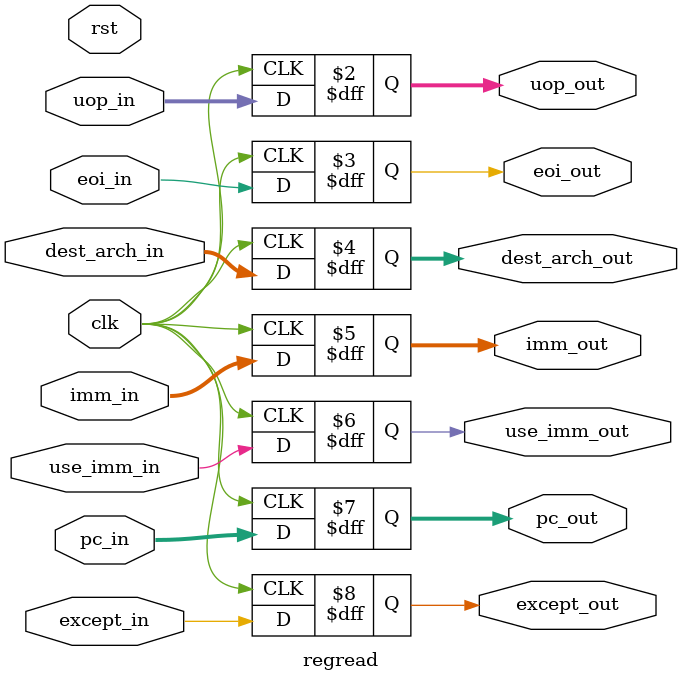
<source format=v>
module regread #(parameter NUM_UOPS=32,
                 parameter XLEN=32,
                 parameter ARCHFILE_SIZE=32)(
    input clk, rst,

    input [$clog2(NUM_UOPS)-1:0] uop_in,
    input eoi_in,
    input [$clog2(ARCHFILE_SIZE)-1:0] dest_arch_in,
    input [XLEN-1:0] imm_in,
    input use_imm_in,
    input [31:0] pc_in,
    input except_in,

    output reg [$clog2(NUM_UOPS)-1:0] uop_out,
    output reg eoi_out,
    output reg [$clog2(ARCHFILE_SIZE)-1:0] dest_arch_out,
    output reg [XLEN-1:0] imm_out,
    output reg use_imm_out,
    output reg [31:0] pc_out,
    output reg except_out
);

    always@(posedge clk) begin
        uop_out <= uop_in;
        eoi_out <= eoi_in;
        dest_arch_out <= dest_arch_in;
        imm_out <= imm_in;
        use_imm_out <= use_imm_in;
        pc_out <= pc_in;
        except_out <= except_in;
    end

endmodule
</source>
